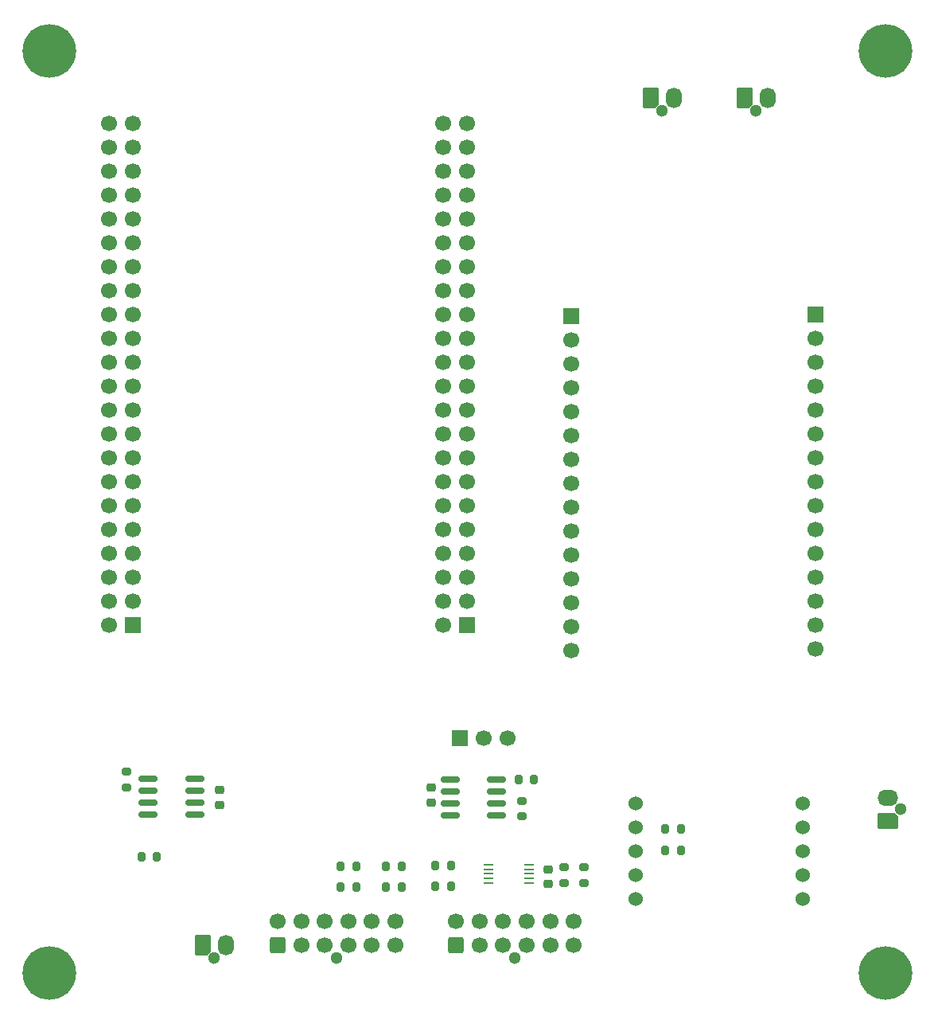
<source format=gbr>
%TF.GenerationSoftware,KiCad,Pcbnew,9.0.2*%
%TF.CreationDate,2025-06-04T20:05:54+07:00*%
%TF.ProjectId,Torque Vectoring Board,546f7271-7565-4205-9665-63746f72696e,rev?*%
%TF.SameCoordinates,Original*%
%TF.FileFunction,Soldermask,Top*%
%TF.FilePolarity,Negative*%
%FSLAX46Y46*%
G04 Gerber Fmt 4.6, Leading zero omitted, Abs format (unit mm)*
G04 Created by KiCad (PCBNEW 9.0.2) date 2025-06-04 20:05:54*
%MOMM*%
%LPD*%
G01*
G04 APERTURE LIST*
G04 Aperture macros list*
%AMRoundRect*
0 Rectangle with rounded corners*
0 $1 Rounding radius*
0 $2 $3 $4 $5 $6 $7 $8 $9 X,Y pos of 4 corners*
0 Add a 4 corners polygon primitive as box body*
4,1,4,$2,$3,$4,$5,$6,$7,$8,$9,$2,$3,0*
0 Add four circle primitives for the rounded corners*
1,1,$1+$1,$2,$3*
1,1,$1+$1,$4,$5*
1,1,$1+$1,$6,$7*
1,1,$1+$1,$8,$9*
0 Add four rect primitives between the rounded corners*
20,1,$1+$1,$2,$3,$4,$5,0*
20,1,$1+$1,$4,$5,$6,$7,0*
20,1,$1+$1,$6,$7,$8,$9,0*
20,1,$1+$1,$8,$9,$2,$3,0*%
%AMFreePoly0*
4,1,22,0.945671,0.830970,1.026777,0.776777,1.080970,0.695671,1.100000,0.600000,1.100000,-0.600000,1.080970,-0.695671,1.026777,-0.776777,0.945671,-0.830970,0.850000,-0.850000,-0.596447,-0.850000,-0.692118,-0.830970,-0.773224,-0.776777,-1.026777,-0.523224,-1.080970,-0.442118,-1.100000,-0.346447,-1.100000,0.600000,-1.080970,0.695671,-1.026777,0.776777,-0.945671,0.830970,-0.850000,0.850000,
0.850000,0.850000,0.945671,0.830970,0.945671,0.830970,$1*%
G04 Aperture macros list end*
%ADD10RoundRect,0.200000X0.275000X-0.200000X0.275000X0.200000X-0.275000X0.200000X-0.275000X-0.200000X0*%
%ADD11C,1.300000*%
%ADD12FreePoly0,90.000000*%
%ADD13O,1.700000X2.200000*%
%ADD14C,3.600000*%
%ADD15C,5.700000*%
%ADD16RoundRect,0.150000X-0.825000X-0.150000X0.825000X-0.150000X0.825000X0.150000X-0.825000X0.150000X0*%
%ADD17C,1.524000*%
%ADD18R,1.100000X0.250000*%
%ADD19RoundRect,0.200000X0.200000X0.275000X-0.200000X0.275000X-0.200000X-0.275000X0.200000X-0.275000X0*%
%ADD20FreePoly0,180.000000*%
%ADD21O,2.200000X1.700000*%
%ADD22RoundRect,0.200000X-0.200000X-0.275000X0.200000X-0.275000X0.200000X0.275000X-0.200000X0.275000X0*%
%ADD23RoundRect,0.225000X-0.250000X0.225000X-0.250000X-0.225000X0.250000X-0.225000X0.250000X0.225000X0*%
%ADD24RoundRect,0.200000X-0.275000X0.200000X-0.275000X-0.200000X0.275000X-0.200000X0.275000X0.200000X0*%
%ADD25RoundRect,0.250000X0.600000X-0.600000X0.600000X0.600000X-0.600000X0.600000X-0.600000X-0.600000X0*%
%ADD26C,1.700000*%
%ADD27R,1.700000X1.700000*%
%ADD28RoundRect,0.225000X0.250000X-0.225000X0.250000X0.225000X-0.250000X0.225000X-0.250000X-0.225000X0*%
%ADD29RoundRect,0.150000X0.825000X0.150000X-0.825000X0.150000X-0.825000X-0.150000X0.825000X-0.150000X0*%
G04 APERTURE END LIST*
D10*
%TO.C,R11*%
X105902000Y-126420500D03*
X105902000Y-124770500D03*
%TD*%
D11*
%TO.C,J3*%
X114250000Y-44340000D03*
D12*
X113000000Y-43000000D03*
D13*
X115500000Y-43000000D03*
%TD*%
D10*
%TO.C,R10*%
X103843166Y-126420500D03*
X103843166Y-124770500D03*
%TD*%
D14*
%TO.C,H3*%
X49000000Y-136000000D03*
D15*
X49000000Y-136000000D03*
%TD*%
D16*
%TO.C,U4*%
X91704500Y-115482500D03*
X91704500Y-116752500D03*
X91704500Y-118022500D03*
X91704500Y-119292500D03*
X96654500Y-119292500D03*
X96654500Y-118022500D03*
X96654500Y-116752500D03*
X96654500Y-115482500D03*
%TD*%
D17*
%TO.C,U2*%
X111450000Y-128185000D03*
X111450000Y-125645000D03*
X111450000Y-123105000D03*
X111450000Y-120565000D03*
X111450000Y-118025000D03*
X129230000Y-128185000D03*
X129230000Y-125645000D03*
X129230000Y-123105000D03*
X129230000Y-120565000D03*
X129230000Y-118025000D03*
%TD*%
D18*
%TO.C,U5*%
X95760000Y-124476000D03*
X95760000Y-124976000D03*
X95760000Y-125476000D03*
X95760000Y-125976000D03*
X95760000Y-126476000D03*
X100060000Y-126476000D03*
X100060000Y-125976000D03*
X100060000Y-125476000D03*
X100060000Y-124976000D03*
X100060000Y-124476000D03*
%TD*%
D19*
%TO.C,R5*%
X100631000Y-115482500D03*
X98981000Y-115482500D03*
%TD*%
D11*
%TO.C,12Vin1*%
X66582000Y-134388000D03*
D12*
X65332000Y-133048000D03*
D13*
X67832000Y-133048000D03*
%TD*%
D11*
%TO.C,5Vin1*%
X139615000Y-118618000D03*
D20*
X138275000Y-119868000D03*
D21*
X138275000Y-117368000D03*
%TD*%
D22*
%TO.C,R14*%
X90107000Y-126762000D03*
X91757000Y-126762000D03*
%TD*%
D23*
%TO.C,C2*%
X67132389Y-116579299D03*
X67132389Y-118129299D03*
%TD*%
D22*
%TO.C,R9*%
X80034500Y-124698000D03*
X81684500Y-124698000D03*
%TD*%
D19*
%TO.C,R12*%
X116228500Y-122952000D03*
X114578500Y-122952000D03*
%TD*%
D22*
%TO.C,R15*%
X90107000Y-124562000D03*
X91757000Y-124562000D03*
%TD*%
D24*
%TO.C,R3*%
X99298000Y-117705500D03*
X99298000Y-119355500D03*
%TD*%
D11*
%TO.C,J2*%
X98582000Y-134388000D03*
D25*
X92332000Y-133048000D03*
D26*
X94832000Y-133048000D03*
X97332000Y-133048000D03*
X99832000Y-133048000D03*
X102332000Y-133048000D03*
X104832000Y-133048000D03*
X92332000Y-130548000D03*
X94832000Y-130548000D03*
X97332000Y-130548000D03*
X99832000Y-130548000D03*
X102332000Y-130548000D03*
X104832000Y-130548000D03*
%TD*%
D19*
%TO.C,R2*%
X60487889Y-123691299D03*
X58837889Y-123691299D03*
%TD*%
D11*
%TO.C,J4*%
X124250000Y-44340000D03*
D12*
X123000000Y-43000000D03*
D13*
X125500000Y-43000000D03*
%TD*%
D27*
%TO.C,U6*%
X130556000Y-66040000D03*
D26*
X130556000Y-101600000D03*
X104551250Y-81374914D03*
X104551250Y-83914914D03*
X104551250Y-94074914D03*
X104551250Y-96614914D03*
X104551250Y-99154914D03*
X104551250Y-101694914D03*
X130556000Y-86360000D03*
X130556000Y-88900000D03*
X130556000Y-91440000D03*
X130556000Y-93980000D03*
D27*
X104551250Y-66134914D03*
D26*
X104551250Y-68674914D03*
X104551250Y-71214914D03*
X104551250Y-73754914D03*
X104551250Y-76294914D03*
X104551250Y-78834914D03*
X104551250Y-86454914D03*
X104551250Y-88994914D03*
X104551250Y-91534914D03*
X130556000Y-68580000D03*
X130556000Y-71120000D03*
X130556000Y-73660000D03*
X130556000Y-76200000D03*
X130556000Y-78740000D03*
X130556000Y-81280000D03*
X130556000Y-83820000D03*
X130556000Y-96520000D03*
X130556000Y-99060000D03*
%TD*%
D27*
%TO.C,ADDR_SELECT1*%
X92694000Y-111014000D03*
D26*
X95234000Y-111014000D03*
X97774000Y-111014000D03*
%TD*%
D28*
%TO.C,C1*%
X102092000Y-126534000D03*
X102092000Y-124984000D03*
%TD*%
D14*
%TO.C,H2*%
X138000000Y-38000000D03*
D15*
X138000000Y-38000000D03*
%TD*%
D29*
%TO.C,U3*%
X64500000Y-119142000D03*
X64500000Y-117872000D03*
X64500000Y-116602000D03*
X64500000Y-115332000D03*
X59550000Y-115332000D03*
X59550000Y-116602000D03*
X59550000Y-117872000D03*
X59550000Y-119142000D03*
%TD*%
D22*
%TO.C,R8*%
X80034500Y-126898000D03*
X81684500Y-126898000D03*
%TD*%
%TO.C,R7*%
X84860500Y-124698000D03*
X86510500Y-124698000D03*
%TD*%
%TO.C,R6*%
X84860500Y-126898000D03*
X86510500Y-126898000D03*
%TD*%
D11*
%TO.C,J1*%
X79582000Y-134388000D03*
D25*
X73332000Y-133048000D03*
D26*
X75832000Y-133048000D03*
X78332000Y-133048000D03*
X80832000Y-133048000D03*
X83332000Y-133048000D03*
X85832000Y-133048000D03*
X73332000Y-130548000D03*
X75832000Y-130548000D03*
X78332000Y-130548000D03*
X80832000Y-130548000D03*
X83332000Y-130548000D03*
X85832000Y-130548000D03*
%TD*%
D14*
%TO.C,H1*%
X49000000Y-38000000D03*
D15*
X49000000Y-38000000D03*
%TD*%
D24*
%TO.C,R4*%
X57226389Y-114634799D03*
X57226389Y-116284799D03*
%TD*%
D28*
%TO.C,C3*%
X89646000Y-117872000D03*
X89646000Y-116322000D03*
%TD*%
D14*
%TO.C,H4*%
X138000000Y-136000000D03*
D15*
X138000000Y-136000000D03*
%TD*%
D19*
%TO.C,R13*%
X116228500Y-120666000D03*
X114578500Y-120666000D03*
%TD*%
D27*
%TO.C,U1*%
X93472000Y-99060000D03*
D26*
X90932000Y-99060000D03*
X93472000Y-96520000D03*
X90932000Y-96520000D03*
X93472000Y-93980000D03*
X90932000Y-93980000D03*
X93472000Y-91440000D03*
X90932000Y-91440000D03*
X93472000Y-88900000D03*
X90932000Y-88900000D03*
X93472000Y-86360000D03*
X90932000Y-86360000D03*
X93472000Y-83820000D03*
X90932000Y-83820000D03*
X93472000Y-81280000D03*
X90932000Y-81280000D03*
X93472000Y-78740000D03*
X90932000Y-78740000D03*
X93472000Y-76200000D03*
X90932000Y-76200000D03*
X93472000Y-73660000D03*
X90932000Y-73660000D03*
X93472000Y-71120000D03*
X90932000Y-71120000D03*
X93472000Y-68580000D03*
X90932000Y-68580000D03*
X93472000Y-66040000D03*
X90932000Y-66040000D03*
X93472000Y-63500000D03*
X90932000Y-63500000D03*
X93472000Y-60960000D03*
X90932000Y-60960000D03*
X93472000Y-58420000D03*
X90932000Y-58420000D03*
X93472000Y-55880000D03*
X90932000Y-55880000D03*
X93472000Y-53340000D03*
X90932000Y-53340000D03*
X93472000Y-50800000D03*
X90932000Y-50800000D03*
X93472000Y-48260000D03*
X90932000Y-48260000D03*
X93472000Y-45720000D03*
X90932000Y-45720000D03*
D27*
X57912000Y-99060000D03*
D26*
X55372000Y-99060000D03*
X57912000Y-96520000D03*
X55372000Y-96520000D03*
X57912000Y-93980000D03*
X55372000Y-93980000D03*
X57912000Y-91440000D03*
X55372000Y-91440000D03*
X57912000Y-88900000D03*
X55372000Y-88900000D03*
X57912000Y-86360000D03*
X55372000Y-86360000D03*
X57912000Y-83820000D03*
X55372000Y-83820000D03*
X57912000Y-81280000D03*
X55372000Y-81280000D03*
X57912000Y-78740000D03*
X55372000Y-78740000D03*
X57912000Y-76200000D03*
X55372000Y-76200000D03*
X57912000Y-73660000D03*
X55372000Y-73660000D03*
X57912000Y-71120000D03*
X55372000Y-71120000D03*
X57912000Y-68580000D03*
X55372000Y-68580000D03*
X57912000Y-66040000D03*
X55372000Y-66040000D03*
X57912000Y-63500000D03*
X55372000Y-63500000D03*
X57912000Y-60960000D03*
X55372000Y-60960000D03*
X57912000Y-58420000D03*
X55372000Y-58420000D03*
X57912000Y-55880000D03*
X55372000Y-55880000D03*
X57912000Y-53340000D03*
X55372000Y-53340000D03*
X57912000Y-50800000D03*
X55372000Y-50800000D03*
X57912000Y-48260000D03*
X55372000Y-48260000D03*
X57912000Y-45720000D03*
X55372000Y-45720000D03*
%TD*%
M02*

</source>
